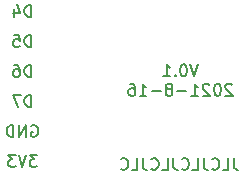
<source format=gbr>
%TF.GenerationSoftware,KiCad,Pcbnew,(5.1.10)-1*%
%TF.CreationDate,2021-08-16T02:03:12+08:00*%
%TF.ProjectId,Pmod-8switch,506d6f64-2d38-4737-9769-7463682e6b69,rev?*%
%TF.SameCoordinates,Original*%
%TF.FileFunction,Legend,Bot*%
%TF.FilePolarity,Positive*%
%FSLAX46Y46*%
G04 Gerber Fmt 4.6, Leading zero omitted, Abs format (unit mm)*
G04 Created by KiCad (PCBNEW (5.1.10)-1) date 2021-08-16 02:03:12*
%MOMM*%
%LPD*%
G01*
G04 APERTURE LIST*
%ADD10C,0.150000*%
G04 APERTURE END LIST*
D10*
X175764247Y-130541780D02*
X175764247Y-131256066D01*
X175811866Y-131398923D01*
X175907104Y-131494161D01*
X176049961Y-131541780D01*
X176145200Y-131541780D01*
X174811866Y-131541780D02*
X175288057Y-131541780D01*
X175288057Y-130541780D01*
X173907104Y-131446542D02*
X173954723Y-131494161D01*
X174097580Y-131541780D01*
X174192819Y-131541780D01*
X174335676Y-131494161D01*
X174430914Y-131398923D01*
X174478533Y-131303685D01*
X174526152Y-131113209D01*
X174526152Y-130970352D01*
X174478533Y-130779876D01*
X174430914Y-130684638D01*
X174335676Y-130589400D01*
X174192819Y-130541780D01*
X174097580Y-130541780D01*
X173954723Y-130589400D01*
X173907104Y-130637019D01*
X173192819Y-130541780D02*
X173192819Y-131256066D01*
X173240438Y-131398923D01*
X173335676Y-131494161D01*
X173478533Y-131541780D01*
X173573771Y-131541780D01*
X172240438Y-131541780D02*
X172716628Y-131541780D01*
X172716628Y-130541780D01*
X171335676Y-131446542D02*
X171383295Y-131494161D01*
X171526152Y-131541780D01*
X171621390Y-131541780D01*
X171764247Y-131494161D01*
X171859485Y-131398923D01*
X171907104Y-131303685D01*
X171954723Y-131113209D01*
X171954723Y-130970352D01*
X171907104Y-130779876D01*
X171859485Y-130684638D01*
X171764247Y-130589400D01*
X171621390Y-130541780D01*
X171526152Y-130541780D01*
X171383295Y-130589400D01*
X171335676Y-130637019D01*
X170621390Y-130541780D02*
X170621390Y-131256066D01*
X170669009Y-131398923D01*
X170764247Y-131494161D01*
X170907104Y-131541780D01*
X171002342Y-131541780D01*
X169669009Y-131541780D02*
X170145200Y-131541780D01*
X170145200Y-130541780D01*
X168764247Y-131446542D02*
X168811866Y-131494161D01*
X168954723Y-131541780D01*
X169049961Y-131541780D01*
X169192819Y-131494161D01*
X169288057Y-131398923D01*
X169335676Y-131303685D01*
X169383295Y-131113209D01*
X169383295Y-130970352D01*
X169335676Y-130779876D01*
X169288057Y-130684638D01*
X169192819Y-130589400D01*
X169049961Y-130541780D01*
X168954723Y-130541780D01*
X168811866Y-130589400D01*
X168764247Y-130637019D01*
X168049961Y-130541780D02*
X168049961Y-131256066D01*
X168097580Y-131398923D01*
X168192819Y-131494161D01*
X168335676Y-131541780D01*
X168430914Y-131541780D01*
X167097580Y-131541780D02*
X167573771Y-131541780D01*
X167573771Y-130541780D01*
X166192819Y-131446542D02*
X166240438Y-131494161D01*
X166383295Y-131541780D01*
X166478533Y-131541780D01*
X166621390Y-131494161D01*
X166716628Y-131398923D01*
X166764247Y-131303685D01*
X166811866Y-131113209D01*
X166811866Y-130970352D01*
X166764247Y-130779876D01*
X166716628Y-130684638D01*
X166621390Y-130589400D01*
X166478533Y-130541780D01*
X166383295Y-130541780D01*
X166240438Y-130589400D01*
X166192819Y-130637019D01*
X172745209Y-122604780D02*
X172411876Y-123604780D01*
X172078542Y-122604780D01*
X171554733Y-122604780D02*
X171459495Y-122604780D01*
X171364257Y-122652400D01*
X171316638Y-122700019D01*
X171269019Y-122795257D01*
X171221400Y-122985733D01*
X171221400Y-123223828D01*
X171269019Y-123414304D01*
X171316638Y-123509542D01*
X171364257Y-123557161D01*
X171459495Y-123604780D01*
X171554733Y-123604780D01*
X171649971Y-123557161D01*
X171697590Y-123509542D01*
X171745209Y-123414304D01*
X171792828Y-123223828D01*
X171792828Y-122985733D01*
X171745209Y-122795257D01*
X171697590Y-122700019D01*
X171649971Y-122652400D01*
X171554733Y-122604780D01*
X170792828Y-123509542D02*
X170745209Y-123557161D01*
X170792828Y-123604780D01*
X170840447Y-123557161D01*
X170792828Y-123509542D01*
X170792828Y-123604780D01*
X169792828Y-123604780D02*
X170364257Y-123604780D01*
X170078542Y-123604780D02*
X170078542Y-122604780D01*
X170173780Y-122747638D01*
X170269019Y-122842876D01*
X170364257Y-122890495D01*
X175602352Y-124350019D02*
X175554733Y-124302400D01*
X175459495Y-124254780D01*
X175221400Y-124254780D01*
X175126161Y-124302400D01*
X175078542Y-124350019D01*
X175030923Y-124445257D01*
X175030923Y-124540495D01*
X175078542Y-124683352D01*
X175649971Y-125254780D01*
X175030923Y-125254780D01*
X174411876Y-124254780D02*
X174316638Y-124254780D01*
X174221400Y-124302400D01*
X174173780Y-124350019D01*
X174126161Y-124445257D01*
X174078542Y-124635733D01*
X174078542Y-124873828D01*
X174126161Y-125064304D01*
X174173780Y-125159542D01*
X174221400Y-125207161D01*
X174316638Y-125254780D01*
X174411876Y-125254780D01*
X174507114Y-125207161D01*
X174554733Y-125159542D01*
X174602352Y-125064304D01*
X174649971Y-124873828D01*
X174649971Y-124635733D01*
X174602352Y-124445257D01*
X174554733Y-124350019D01*
X174507114Y-124302400D01*
X174411876Y-124254780D01*
X173697590Y-124350019D02*
X173649971Y-124302400D01*
X173554733Y-124254780D01*
X173316638Y-124254780D01*
X173221400Y-124302400D01*
X173173780Y-124350019D01*
X173126161Y-124445257D01*
X173126161Y-124540495D01*
X173173780Y-124683352D01*
X173745209Y-125254780D01*
X173126161Y-125254780D01*
X172173780Y-125254780D02*
X172745209Y-125254780D01*
X172459495Y-125254780D02*
X172459495Y-124254780D01*
X172554733Y-124397638D01*
X172649971Y-124492876D01*
X172745209Y-124540495D01*
X171745209Y-124873828D02*
X170983304Y-124873828D01*
X170364257Y-124683352D02*
X170459495Y-124635733D01*
X170507114Y-124588114D01*
X170554733Y-124492876D01*
X170554733Y-124445257D01*
X170507114Y-124350019D01*
X170459495Y-124302400D01*
X170364257Y-124254780D01*
X170173780Y-124254780D01*
X170078542Y-124302400D01*
X170030923Y-124350019D01*
X169983304Y-124445257D01*
X169983304Y-124492876D01*
X170030923Y-124588114D01*
X170078542Y-124635733D01*
X170173780Y-124683352D01*
X170364257Y-124683352D01*
X170459495Y-124730971D01*
X170507114Y-124778590D01*
X170554733Y-124873828D01*
X170554733Y-125064304D01*
X170507114Y-125159542D01*
X170459495Y-125207161D01*
X170364257Y-125254780D01*
X170173780Y-125254780D01*
X170078542Y-125207161D01*
X170030923Y-125159542D01*
X169983304Y-125064304D01*
X169983304Y-124873828D01*
X170030923Y-124778590D01*
X170078542Y-124730971D01*
X170173780Y-124683352D01*
X169554733Y-124873828D02*
X168792828Y-124873828D01*
X167792828Y-125254780D02*
X168364257Y-125254780D01*
X168078542Y-125254780D02*
X168078542Y-124254780D01*
X168173780Y-124397638D01*
X168269019Y-124492876D01*
X168364257Y-124540495D01*
X166935685Y-124254780D02*
X167126161Y-124254780D01*
X167221400Y-124302400D01*
X167269019Y-124350019D01*
X167364257Y-124492876D01*
X167411876Y-124683352D01*
X167411876Y-125064304D01*
X167364257Y-125159542D01*
X167316638Y-125207161D01*
X167221400Y-125254780D01*
X167030923Y-125254780D01*
X166935685Y-125207161D01*
X166888066Y-125159542D01*
X166840447Y-125064304D01*
X166840447Y-124826209D01*
X166888066Y-124730971D01*
X166935685Y-124683352D01*
X167030923Y-124635733D01*
X167221400Y-124635733D01*
X167316638Y-124683352D01*
X167364257Y-124730971D01*
X167411876Y-124826209D01*
X159102295Y-130275080D02*
X158483247Y-130275080D01*
X158816580Y-130656033D01*
X158673723Y-130656033D01*
X158578485Y-130703652D01*
X158530866Y-130751271D01*
X158483247Y-130846509D01*
X158483247Y-131084604D01*
X158530866Y-131179842D01*
X158578485Y-131227461D01*
X158673723Y-131275080D01*
X158959438Y-131275080D01*
X159054676Y-131227461D01*
X159102295Y-131179842D01*
X158197533Y-130275080D02*
X157864200Y-131275080D01*
X157530866Y-130275080D01*
X157292771Y-130275080D02*
X156673723Y-130275080D01*
X157007057Y-130656033D01*
X156864200Y-130656033D01*
X156768961Y-130703652D01*
X156721342Y-130751271D01*
X156673723Y-130846509D01*
X156673723Y-131084604D01*
X156721342Y-131179842D01*
X156768961Y-131227461D01*
X156864200Y-131275080D01*
X157149914Y-131275080D01*
X157245152Y-131227461D01*
X157292771Y-131179842D01*
X158626104Y-127782700D02*
X158721342Y-127735080D01*
X158864200Y-127735080D01*
X159007057Y-127782700D01*
X159102295Y-127877938D01*
X159149914Y-127973176D01*
X159197533Y-128163652D01*
X159197533Y-128306509D01*
X159149914Y-128496985D01*
X159102295Y-128592223D01*
X159007057Y-128687461D01*
X158864200Y-128735080D01*
X158768961Y-128735080D01*
X158626104Y-128687461D01*
X158578485Y-128639842D01*
X158578485Y-128306509D01*
X158768961Y-128306509D01*
X158149914Y-128735080D02*
X158149914Y-127735080D01*
X157578485Y-128735080D01*
X157578485Y-127735080D01*
X157102295Y-128735080D02*
X157102295Y-127735080D01*
X156864200Y-127735080D01*
X156721342Y-127782700D01*
X156626104Y-127877938D01*
X156578485Y-127973176D01*
X156530866Y-128163652D01*
X156530866Y-128306509D01*
X156578485Y-128496985D01*
X156626104Y-128592223D01*
X156721342Y-128687461D01*
X156864200Y-128735080D01*
X157102295Y-128735080D01*
X158602295Y-126195080D02*
X158602295Y-125195080D01*
X158364200Y-125195080D01*
X158221342Y-125242700D01*
X158126104Y-125337938D01*
X158078485Y-125433176D01*
X158030866Y-125623652D01*
X158030866Y-125766509D01*
X158078485Y-125956985D01*
X158126104Y-126052223D01*
X158221342Y-126147461D01*
X158364200Y-126195080D01*
X158602295Y-126195080D01*
X157697533Y-125195080D02*
X157030866Y-125195080D01*
X157459438Y-126195080D01*
X158602295Y-123655080D02*
X158602295Y-122655080D01*
X158364200Y-122655080D01*
X158221342Y-122702700D01*
X158126104Y-122797938D01*
X158078485Y-122893176D01*
X158030866Y-123083652D01*
X158030866Y-123226509D01*
X158078485Y-123416985D01*
X158126104Y-123512223D01*
X158221342Y-123607461D01*
X158364200Y-123655080D01*
X158602295Y-123655080D01*
X157173723Y-122655080D02*
X157364200Y-122655080D01*
X157459438Y-122702700D01*
X157507057Y-122750319D01*
X157602295Y-122893176D01*
X157649914Y-123083652D01*
X157649914Y-123464604D01*
X157602295Y-123559842D01*
X157554676Y-123607461D01*
X157459438Y-123655080D01*
X157268961Y-123655080D01*
X157173723Y-123607461D01*
X157126104Y-123559842D01*
X157078485Y-123464604D01*
X157078485Y-123226509D01*
X157126104Y-123131271D01*
X157173723Y-123083652D01*
X157268961Y-123036033D01*
X157459438Y-123036033D01*
X157554676Y-123083652D01*
X157602295Y-123131271D01*
X157649914Y-123226509D01*
X158602295Y-121115080D02*
X158602295Y-120115080D01*
X158364200Y-120115080D01*
X158221342Y-120162700D01*
X158126104Y-120257938D01*
X158078485Y-120353176D01*
X158030866Y-120543652D01*
X158030866Y-120686509D01*
X158078485Y-120876985D01*
X158126104Y-120972223D01*
X158221342Y-121067461D01*
X158364200Y-121115080D01*
X158602295Y-121115080D01*
X157126104Y-120115080D02*
X157602295Y-120115080D01*
X157649914Y-120591271D01*
X157602295Y-120543652D01*
X157507057Y-120496033D01*
X157268961Y-120496033D01*
X157173723Y-120543652D01*
X157126104Y-120591271D01*
X157078485Y-120686509D01*
X157078485Y-120924604D01*
X157126104Y-121019842D01*
X157173723Y-121067461D01*
X157268961Y-121115080D01*
X157507057Y-121115080D01*
X157602295Y-121067461D01*
X157649914Y-121019842D01*
X158602295Y-118575080D02*
X158602295Y-117575080D01*
X158364200Y-117575080D01*
X158221342Y-117622700D01*
X158126104Y-117717938D01*
X158078485Y-117813176D01*
X158030866Y-118003652D01*
X158030866Y-118146509D01*
X158078485Y-118336985D01*
X158126104Y-118432223D01*
X158221342Y-118527461D01*
X158364200Y-118575080D01*
X158602295Y-118575080D01*
X157173723Y-117908414D02*
X157173723Y-118575080D01*
X157411819Y-117527461D02*
X157649914Y-118241747D01*
X157030866Y-118241747D01*
M02*

</source>
